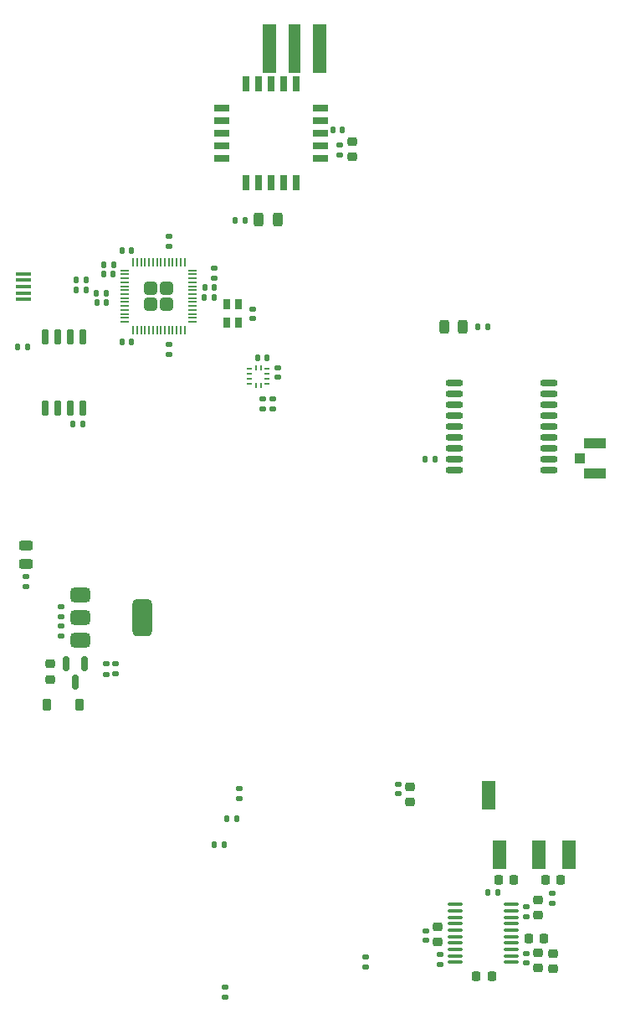
<source format=gbr>
%TF.GenerationSoftware,KiCad,Pcbnew,8.0.0*%
%TF.CreationDate,2024-04-01T11:56:58-07:00*%
%TF.ProjectId,recivier,72656369-7669-4657-922e-6b696361645f,rev?*%
%TF.SameCoordinates,Original*%
%TF.FileFunction,Paste,Top*%
%TF.FilePolarity,Positive*%
%FSLAX46Y46*%
G04 Gerber Fmt 4.6, Leading zero omitted, Abs format (unit mm)*
G04 Created by KiCad (PCBNEW 8.0.0) date 2024-04-01 11:56:58*
%MOMM*%
%LPD*%
G01*
G04 APERTURE LIST*
G04 Aperture macros list*
%AMRoundRect*
0 Rectangle with rounded corners*
0 $1 Rounding radius*
0 $2 $3 $4 $5 $6 $7 $8 $9 X,Y pos of 4 corners*
0 Add a 4 corners polygon primitive as box body*
4,1,4,$2,$3,$4,$5,$6,$7,$8,$9,$2,$3,0*
0 Add four circle primitives for the rounded corners*
1,1,$1+$1,$2,$3*
1,1,$1+$1,$4,$5*
1,1,$1+$1,$6,$7*
1,1,$1+$1,$8,$9*
0 Add four rect primitives between the rounded corners*
20,1,$1+$1,$2,$3,$4,$5,0*
20,1,$1+$1,$4,$5,$6,$7,0*
20,1,$1+$1,$6,$7,$8,$9,0*
20,1,$1+$1,$8,$9,$2,$3,0*%
G04 Aperture macros list end*
%ADD10RoundRect,0.135000X0.135000X0.185000X-0.135000X0.185000X-0.135000X-0.185000X0.135000X-0.185000X0*%
%ADD11RoundRect,0.249999X0.395001X-0.395001X0.395001X0.395001X-0.395001X0.395001X-0.395001X-0.395001X0*%
%ADD12RoundRect,0.050000X0.050000X-0.387500X0.050000X0.387500X-0.050000X0.387500X-0.050000X-0.387500X0*%
%ADD13RoundRect,0.050000X0.387500X-0.050000X0.387500X0.050000X-0.387500X0.050000X-0.387500X-0.050000X0*%
%ADD14RoundRect,0.135000X-0.135000X-0.185000X0.135000X-0.185000X0.135000X0.185000X-0.135000X0.185000X0*%
%ADD15RoundRect,0.140000X0.170000X-0.140000X0.170000X0.140000X-0.170000X0.140000X-0.170000X-0.140000X0*%
%ADD16RoundRect,0.100000X0.637500X0.100000X-0.637500X0.100000X-0.637500X-0.100000X0.637500X-0.100000X0*%
%ADD17RoundRect,0.225000X-0.225000X-0.250000X0.225000X-0.250000X0.225000X0.250000X-0.225000X0.250000X0*%
%ADD18RoundRect,0.140000X0.140000X0.170000X-0.140000X0.170000X-0.140000X-0.170000X0.140000X-0.170000X0*%
%ADD19RoundRect,0.135000X0.185000X-0.135000X0.185000X0.135000X-0.185000X0.135000X-0.185000X-0.135000X0*%
%ADD20RoundRect,0.135000X-0.185000X0.135000X-0.185000X-0.135000X0.185000X-0.135000X0.185000X0.135000X0*%
%ADD21RoundRect,0.225000X0.225000X0.250000X-0.225000X0.250000X-0.225000X-0.250000X0.225000X-0.250000X0*%
%ADD22RoundRect,0.225000X0.250000X-0.225000X0.250000X0.225000X-0.250000X0.225000X-0.250000X-0.225000X0*%
%ADD23RoundRect,0.225000X-0.225000X-0.375000X0.225000X-0.375000X0.225000X0.375000X-0.225000X0.375000X0*%
%ADD24RoundRect,0.140000X-0.170000X0.140000X-0.170000X-0.140000X0.170000X-0.140000X0.170000X0.140000X0*%
%ADD25R,1.500000X0.800000*%
%ADD26R,0.800000X1.500000*%
%ADD27RoundRect,0.150000X-0.150000X0.587500X-0.150000X-0.587500X0.150000X-0.587500X0.150000X0.587500X0*%
%ADD28R,0.500000X0.280000*%
%ADD29R,0.280000X0.500000*%
%ADD30RoundRect,0.225000X-0.250000X0.225000X-0.250000X-0.225000X0.250000X-0.225000X0.250000X0.225000X0*%
%ADD31RoundRect,0.140000X-0.140000X-0.170000X0.140000X-0.170000X0.140000X0.170000X-0.140000X0.170000X0*%
%ADD32R,1.400000X3.000000*%
%ADD33RoundRect,0.243750X-0.243750X-0.456250X0.243750X-0.456250X0.243750X0.456250X-0.243750X0.456250X0*%
%ADD34O,1.770000X0.700000*%
%ADD35RoundRect,0.150000X0.150000X-0.650000X0.150000X0.650000X-0.150000X0.650000X-0.150000X-0.650000X0*%
%ADD36R,1.200000X5.000000*%
%ADD37R,1.400000X5.000000*%
%ADD38R,1.600000X0.400000*%
%ADD39R,0.800000X1.000000*%
%ADD40RoundRect,0.375000X-0.625000X-0.375000X0.625000X-0.375000X0.625000X0.375000X-0.625000X0.375000X0*%
%ADD41RoundRect,0.500000X-0.500000X-1.400000X0.500000X-1.400000X0.500000X1.400000X-0.500000X1.400000X0*%
%ADD42RoundRect,0.243750X-0.456250X0.243750X-0.456250X-0.243750X0.456250X-0.243750X0.456250X0.243750X0*%
%ADD43R,1.050000X1.000000*%
%ADD44R,2.200000X1.050000*%
G04 APERTURE END LIST*
D10*
%TO.C,R7*%
X52505200Y69114800D03*
X51485200Y69114800D03*
%TD*%
D11*
%TO.C,U3*%
X18442000Y71454600D03*
X20042000Y71454600D03*
X18442000Y73054600D03*
X20042000Y73054600D03*
D12*
X16642000Y68817100D03*
X17042000Y68817100D03*
X17442000Y68817100D03*
X17842000Y68817100D03*
X18242000Y68817100D03*
X18642000Y68817100D03*
X19042000Y68817100D03*
X19442000Y68817100D03*
X19842000Y68817100D03*
X20242000Y68817100D03*
X20642000Y68817100D03*
X21042000Y68817100D03*
X21442000Y68817100D03*
X21842000Y68817100D03*
D13*
X22679500Y69654600D03*
X22679500Y70054600D03*
X22679500Y70454600D03*
X22679500Y70854600D03*
X22679500Y71254600D03*
X22679500Y71654600D03*
X22679500Y72054600D03*
X22679500Y72454600D03*
X22679500Y72854600D03*
X22679500Y73254600D03*
X22679500Y73654600D03*
X22679500Y74054600D03*
X22679500Y74454600D03*
X22679500Y74854600D03*
D12*
X21842000Y75692100D03*
X21442000Y75692100D03*
X21042000Y75692100D03*
X20642000Y75692100D03*
X20242000Y75692100D03*
X19842000Y75692100D03*
X19442000Y75692100D03*
X19042000Y75692100D03*
X18642000Y75692100D03*
X18242000Y75692100D03*
X17842000Y75692100D03*
X17442000Y75692100D03*
X17042000Y75692100D03*
X16642000Y75692100D03*
D13*
X15804500Y74854600D03*
X15804500Y74454600D03*
X15804500Y74054600D03*
X15804500Y73654600D03*
X15804500Y73254600D03*
X15804500Y72854600D03*
X15804500Y72454600D03*
X15804500Y72054600D03*
X15804500Y71654600D03*
X15804500Y71254600D03*
X15804500Y70854600D03*
X15804500Y70454600D03*
X15804500Y70054600D03*
X15804500Y69654600D03*
%TD*%
D14*
%TO.C,R11*%
X24817200Y16816200D03*
X25837200Y16816200D03*
%TD*%
D15*
%TO.C,C24*%
X56422800Y9577200D03*
X56422800Y10537200D03*
%TD*%
D16*
%TO.C,U5*%
X54924200Y4955600D03*
X54924200Y5605600D03*
X54924200Y6255600D03*
X54924200Y6905600D03*
X54924200Y7555600D03*
X54924200Y8205600D03*
X54924200Y8855600D03*
X54924200Y9505600D03*
X54924200Y10155600D03*
X54924200Y10805600D03*
X49199200Y10805600D03*
X49199200Y10155600D03*
X49199200Y9505600D03*
X49199200Y8855600D03*
X49199200Y8205600D03*
X49199200Y7555600D03*
X49199200Y6905600D03*
X49199200Y6255600D03*
X49199200Y5605600D03*
X49199200Y4955600D03*
%TD*%
D10*
%TO.C,R1*%
X5949000Y67108200D03*
X4929000Y67108200D03*
%TD*%
D17*
%TO.C,C30*%
X58332200Y13260200D03*
X59882200Y13260200D03*
%TD*%
D10*
%TO.C,R12*%
X27105200Y19483200D03*
X26085200Y19483200D03*
%TD*%
D18*
%TO.C,C9*%
X13892600Y72543800D03*
X12932600Y72543800D03*
%TD*%
D19*
%TO.C,R10*%
X25958200Y1447200D03*
X25958200Y2467200D03*
%TD*%
D20*
%TO.C,R17*%
X13920600Y35078800D03*
X13920600Y34058800D03*
%TD*%
D21*
%TO.C,C20*%
X52930600Y3557400D03*
X51380600Y3557400D03*
%TD*%
D22*
%TO.C,C22*%
X47474000Y7016400D03*
X47474000Y8566400D03*
%TD*%
%TO.C,C25*%
X57642000Y9691200D03*
X57642000Y11241200D03*
%TD*%
D15*
%TO.C,C10*%
X20245200Y77319000D03*
X20245200Y78279000D03*
%TD*%
%TO.C,C34*%
X9374000Y37951600D03*
X9374000Y38911600D03*
%TD*%
D20*
%TO.C,R16*%
X14885800Y35080800D03*
X14885800Y34060800D03*
%TD*%
D10*
%TO.C,R3*%
X11865200Y73864600D03*
X10845200Y73864600D03*
%TD*%
D23*
%TO.C,D3*%
X7927200Y30938600D03*
X11227200Y30938600D03*
%TD*%
D14*
%TO.C,R2*%
X10845200Y72899400D03*
X11865200Y72899400D03*
%TD*%
D24*
%TO.C,C33*%
X31289900Y64997400D03*
X31289900Y64037400D03*
%TD*%
D20*
%TO.C,R4*%
X24844600Y75085800D03*
X24844600Y74065800D03*
%TD*%
D25*
%TO.C,U1*%
X35612200Y86158200D03*
X35612200Y87428200D03*
X35612200Y88698200D03*
X35612200Y89968200D03*
X35612200Y91238200D03*
D26*
X33152200Y93698200D03*
X31882200Y93698200D03*
X30612200Y93698200D03*
X29342200Y93698200D03*
X28072200Y93698200D03*
D25*
X25612200Y91238200D03*
X25612200Y89968200D03*
X25612200Y88698200D03*
X25612200Y87428200D03*
X25612200Y86158200D03*
D26*
X28072200Y83698200D03*
X29342200Y83698200D03*
X30612200Y83698200D03*
X31882200Y83698200D03*
X33152200Y83698200D03*
%TD*%
D15*
%TO.C,C2*%
X37517200Y86539200D03*
X37517200Y87499200D03*
%TD*%
D27*
%TO.C,Q1*%
X11735100Y35152700D03*
X9835100Y35152700D03*
X10785100Y33277700D03*
%TD*%
D28*
%TO.C,U7*%
X30188700Y63386400D03*
X30188700Y63886400D03*
X30188700Y64386400D03*
X30188700Y64886400D03*
D29*
X29558700Y65016400D03*
X29058700Y65016400D03*
D28*
X28428700Y64886400D03*
X28428700Y64386400D03*
X28428700Y63886400D03*
X28428700Y63386400D03*
D29*
X29058700Y63256400D03*
X29558700Y63256400D03*
%TD*%
D18*
%TO.C,C14*%
X16453900Y67628600D03*
X15493900Y67628600D03*
%TD*%
D24*
%TO.C,C12*%
X20245200Y67359600D03*
X20245200Y66399600D03*
%TD*%
D15*
%TO.C,C23*%
X46229400Y7144000D03*
X46229400Y8104000D03*
%TD*%
D30*
%TO.C,C35*%
X8205600Y35091800D03*
X8205600Y33541800D03*
%TD*%
D24*
%TO.C,C36*%
X9374000Y40842000D03*
X9374000Y39882000D03*
%TD*%
D31*
%TO.C,C32*%
X29214000Y65990600D03*
X30174000Y65990600D03*
%TD*%
D14*
%TO.C,R15*%
X26950800Y79884400D03*
X27970800Y79884400D03*
%TD*%
D32*
%TO.C,J8*%
X57708200Y15797400D03*
X60708200Y15797400D03*
X52608200Y21797400D03*
X53708200Y15797400D03*
%TD*%
D18*
%TO.C,C8*%
X14631800Y74448800D03*
X13671800Y74448800D03*
%TD*%
D33*
%TO.C,D4*%
X29368100Y79986000D03*
X31243100Y79986000D03*
%TD*%
D34*
%TO.C,U6*%
X49125000Y63440800D03*
X49125000Y62340800D03*
X49125000Y61240800D03*
X49125000Y60140800D03*
X49125000Y59040800D03*
X49125000Y57940800D03*
X49125000Y56840800D03*
X49125000Y55740800D03*
X49125000Y54640800D03*
X58745000Y54640800D03*
X58745000Y55740800D03*
X58745000Y56840800D03*
X58745000Y57940800D03*
X58745000Y59040800D03*
X58745000Y60140800D03*
X58745000Y61240800D03*
X58745000Y62340800D03*
X58745000Y63440800D03*
%TD*%
D19*
%TO.C,R9*%
X59026600Y10921400D03*
X59026600Y11941400D03*
%TD*%
D35*
%TO.C,U2*%
X7773800Y60917400D03*
X9043800Y60917400D03*
X10313800Y60917400D03*
X11583800Y60917400D03*
X11583800Y68117400D03*
X10313800Y68117400D03*
X9043800Y68117400D03*
X7773800Y68117400D03*
%TD*%
D15*
%TO.C,C26*%
X56397400Y4880800D03*
X56397400Y5840800D03*
%TD*%
D22*
%TO.C,C29*%
X59166600Y4306400D03*
X59166600Y5856400D03*
%TD*%
D31*
%TO.C,C6*%
X23877400Y73102600D03*
X24837400Y73102600D03*
%TD*%
D20*
%TO.C,R13*%
X27357200Y22533200D03*
X27357200Y21513200D03*
%TD*%
D19*
%TO.C,R5*%
X29770200Y60855800D03*
X29770200Y61875800D03*
%TD*%
D14*
%TO.C,R20*%
X52501200Y11990200D03*
X53521200Y11990200D03*
%TD*%
D17*
%TO.C,C21*%
X56689200Y7367400D03*
X58239200Y7367400D03*
%TD*%
D36*
%TO.C,AE1*%
X32945200Y97252700D03*
D37*
X30395200Y97252700D03*
X35495200Y97252700D03*
%TD*%
D22*
%TO.C,C27*%
X57591200Y4344200D03*
X57591200Y5894200D03*
%TD*%
D33*
%TO.C,D1*%
X48139300Y69130000D03*
X50014300Y69130000D03*
%TD*%
D31*
%TO.C,C1*%
X36859400Y89076600D03*
X37819400Y89076600D03*
%TD*%
D18*
%TO.C,C7*%
X13918000Y71578600D03*
X12958000Y71578600D03*
%TD*%
D20*
%TO.C,R8*%
X40182200Y5515200D03*
X40182200Y4495200D03*
%TD*%
D38*
%TO.C,J1*%
X5519400Y74529600D03*
X5519400Y73879600D03*
X5519400Y73229600D03*
X5519400Y72579600D03*
X5529400Y71929600D03*
%TD*%
D39*
%TO.C,X1*%
X27296800Y69611800D03*
X27296800Y71411800D03*
X26096800Y71411800D03*
X26096800Y69611800D03*
%TD*%
D18*
%TO.C,C17*%
X47176000Y55815000D03*
X46216000Y55815000D03*
%TD*%
D40*
%TO.C,U8*%
X11253200Y42052400D03*
X11253200Y39752400D03*
D41*
X17553200Y39752400D03*
D40*
X11253200Y37452400D03*
%TD*%
D15*
%TO.C,C28*%
X47728000Y4753800D03*
X47728000Y5713800D03*
%TD*%
D20*
%TO.C,R14*%
X5797000Y43954000D03*
X5797000Y42934000D03*
%TD*%
D31*
%TO.C,C11*%
X23854600Y72137400D03*
X24814600Y72137400D03*
%TD*%
D42*
%TO.C,D2*%
X5767200Y47090700D03*
X5767200Y45215700D03*
%TD*%
D22*
%TO.C,C18*%
X44680000Y21121200D03*
X44680000Y22671200D03*
%TD*%
D18*
%TO.C,C13*%
X14654600Y75414000D03*
X13694600Y75414000D03*
%TD*%
D19*
%TO.C,R6*%
X30760800Y60857800D03*
X30760800Y61877800D03*
%TD*%
D22*
%TO.C,C3*%
X38789800Y86320400D03*
X38789800Y87870400D03*
%TD*%
D18*
%TO.C,C15*%
X16453900Y76874200D03*
X15493900Y76874200D03*
%TD*%
D31*
%TO.C,C5*%
X10570400Y59361200D03*
X11530400Y59361200D03*
%TD*%
D17*
%TO.C,C19*%
X53633200Y13260200D03*
X55183200Y13260200D03*
%TD*%
D15*
%TO.C,C16*%
X43435400Y21975000D03*
X43435400Y22935000D03*
%TD*%
D43*
%TO.C,AE2*%
X61828200Y55865800D03*
D44*
X63328200Y54365800D03*
X63328200Y57365800D03*
%TD*%
D15*
%TO.C,C4*%
X28754200Y69981000D03*
X28754200Y70941000D03*
%TD*%
M02*

</source>
